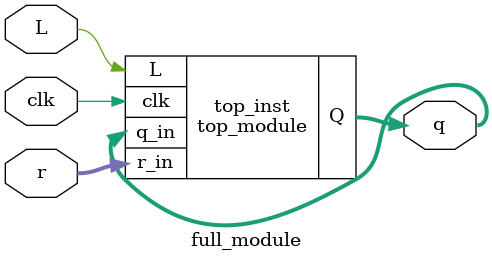
<source format=sv>
module mux_flipflop (
    input clk,
    input L,
    input D0,
    input D1,
    output reg Q
);
    always @(posedge clk) begin
        if (L) begin
            Q <= D0;
        end else begin
            Q <= D1;
        end
    end
endmodule
module top_module(
    input clk,
    input L,
    input [2:0] q_in,
    input [2:0] r_in,
    output [2:0] Q
);

    mux_flipflop u0 (
        .clk(clk),
        .L(L),
        .D0(r_in[0]),
        .D1(q_in[1] ^ q_in[2]),
        .Q(Q[0])
    );

    mux_flipflop u1 (
        .clk(clk),
        .L(L),
        .D0(r_in[1]),
        .D1(q_in[0]),
        .Q(Q[1])
    );

    mux_flipflop u2 (
        .clk(clk),
        .L(L),
        .D0(r_in[2]),
        .D1(q_in[2]),
        .Q(Q[2])
    );

endmodule
module full_module (
    input [2:0] r,
    input L,
    input clk,
    output [2:0] q
);

    top_module top_inst (
        .clk(clk),
        .L(L),
        .q_in(q),
        .r_in(r),
        .Q(q)
    );

endmodule

</source>
